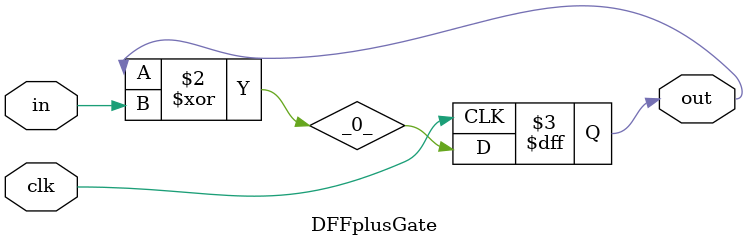
<source format=v>
/* Generated by Yosys 0.62+77 (git sha1 679156d32, g++ 11.5.0 -fPIC -O3) */

module DFFplusGate(clk, in, out);
  input clk;
  wire clk;
  input in;
  wire in;
  output out;
  reg out;
  wire _0_;
  always @(posedge clk)
    out <= _0_;
  assign _0_ = out ^ in;
endmodule

</source>
